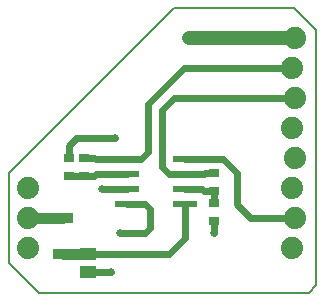
<source format=gtl>
G75*
%MOIN*%
%OFA0B0*%
%FSLAX25Y25*%
%IPPOS*%
%LPD*%
%AMOC8*
5,1,8,0,0,1.08239X$1,22.5*
%
%ADD10C,0.00600*%
%ADD11R,0.07992X0.02402*%
%ADD12R,0.06700X0.03600*%
%ADD13C,0.07400*%
%ADD14R,0.03402X0.03098*%
%ADD15R,0.05200X0.04250*%
%ADD16C,0.03600*%
%ADD17C,0.02400*%
%ADD18C,0.02578*%
%ADD19C,0.04800*%
D10*
X0011300Y0001300D02*
X0001300Y0011300D01*
X0001300Y0041300D01*
X0056300Y0096300D01*
X0096300Y0096300D01*
X0103800Y0088800D01*
X0103800Y0003800D01*
X0101300Y0001300D01*
X0011300Y0001300D01*
D11*
X0040800Y0030839D03*
X0040800Y0035839D03*
X0040800Y0040839D03*
X0040800Y0045839D03*
X0060091Y0045839D03*
X0060091Y0040839D03*
X0060091Y0035839D03*
X0060091Y0030839D03*
D12*
X0019300Y0026300D03*
X0019300Y0014300D03*
D13*
X0007800Y0016300D03*
X0007800Y0026300D03*
X0007800Y0036300D03*
X0095800Y0036300D03*
X0096800Y0046300D03*
X0095800Y0056300D03*
X0096800Y0066300D03*
X0095800Y0076300D03*
X0096800Y0086300D03*
X0096800Y0026300D03*
X0095800Y0016300D03*
D14*
X0069800Y0025252D03*
X0069800Y0031350D03*
X0069800Y0035252D03*
X0069800Y0041350D03*
X0026300Y0040252D03*
X0021300Y0040250D03*
X0021300Y0046348D03*
X0026300Y0046350D03*
D15*
X0027800Y0014425D03*
X0027800Y0008175D03*
D16*
X0027675Y0014300D02*
X0027800Y0014425D01*
X0027675Y0014300D02*
X0019300Y0014300D01*
X0019300Y0026300D02*
X0007800Y0026300D01*
D17*
X0021300Y0040250D02*
X0021302Y0040252D01*
X0026300Y0040252D01*
X0029752Y0040252D01*
X0030339Y0040839D01*
X0040800Y0040839D01*
X0040800Y0035839D02*
X0032339Y0035839D01*
X0032300Y0035800D01*
X0040800Y0030839D02*
X0040839Y0030800D01*
X0046800Y0030800D01*
X0048300Y0029300D01*
X0048300Y0022800D01*
X0046800Y0021300D01*
X0038300Y0021300D01*
X0027675Y0014300D02*
X0054800Y0014300D01*
X0060091Y0019591D01*
X0060091Y0030839D01*
X0060091Y0035839D02*
X0065761Y0035839D01*
X0066348Y0035252D01*
X0069800Y0035252D01*
X0069800Y0031350D01*
X0069800Y0025252D02*
X0069800Y0021300D01*
X0077300Y0030800D02*
X0081800Y0026300D01*
X0096800Y0026300D01*
X0077300Y0030800D02*
X0077300Y0041300D01*
X0072761Y0045839D01*
X0060091Y0045839D01*
X0060091Y0040839D02*
X0054761Y0040839D01*
X0052300Y0043300D01*
X0052300Y0062300D01*
X0056300Y0066300D01*
X0096800Y0066300D01*
X0095800Y0076300D02*
X0059800Y0076300D01*
X0047800Y0064300D01*
X0047800Y0048300D01*
X0045339Y0045839D01*
X0040800Y0045839D01*
X0030261Y0045839D01*
X0029750Y0046350D01*
X0026300Y0046350D01*
X0021300Y0046348D02*
X0021300Y0050300D01*
X0023800Y0052800D01*
X0036800Y0052800D01*
X0060091Y0040839D02*
X0066339Y0040839D01*
X0066850Y0041350D01*
X0069800Y0041350D01*
X0035300Y0008300D02*
X0035175Y0008175D01*
X0027800Y0008175D01*
D18*
X0035300Y0008300D03*
X0038300Y0021300D03*
X0032300Y0035800D03*
X0036800Y0052800D03*
X0069800Y0021300D03*
D19*
X0061300Y0086300D02*
X0096800Y0086300D01*
M02*

</source>
